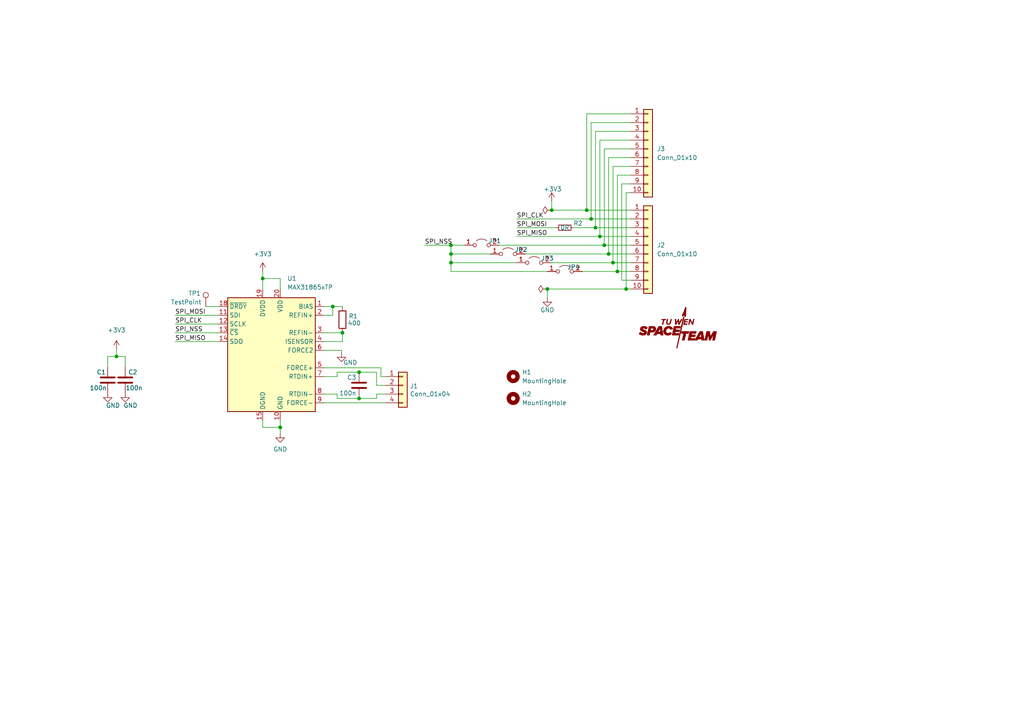
<source format=kicad_sch>
(kicad_sch (version 20211123) (generator eeschema)
  (paper "A4")
  (lib_symbols
    (symbol "Connector:TestPoint" (pin_numbers hide) (pin_names (offset 0.762) hide)
      (property "Reference" "TP" (at 0 6.858 0))
      (property "Value" "TestPoint" (at 0 5.08 0))
      (symbol "TestPoint_0_1"
        (circle (center 0 3.302) (radius 0.762))
      )
      (symbol "TestPoint_1_1"
        (pin passive line (at 0 0 90) (length 2.54) (name "1") (number "1"))
      )
    )
    (symbol "Connector_Generic:Conn_01x04" (pin_names (offset 1.016) hide)
      (property "Reference" "J" (at 0 5.08 0))
      (property "Value" "Conn_01x04" (at 0 -7.62 0))
      (symbol "Conn_01x04_1_1"
        (rectangle (start -1.27 -4.953) (end 0 -5.207) (stroke (width 0.1524)))
        (rectangle (start -1.27 -2.413) (end 0 -2.667) (stroke (width 0.1524)))
        (rectangle (start -1.27 0.127) (end 0 -0.127) (stroke (width 0.1524)))
        (rectangle (start -1.27 2.667) (end 0 2.413) (stroke (width 0.1524)))
        (rectangle (start -1.27 3.81) (end 1.27 -6.35) (stroke (width 0.254)) (fill (type background)))
        (pin passive line (at -5.08 2.54 0) (length 3.81) (name "Pin_1") (number "1"))
        (pin passive line (at -5.08 0 0) (length 3.81) (name "Pin_2") (number "2"))
        (pin passive line (at -5.08 -2.54 0) (length 3.81) (name "Pin_3") (number "3"))
        (pin passive line (at -5.08 -5.08 0) (length 3.81) (name "Pin_4") (number "4"))
      )
    )
    (symbol "Connector_Generic:Conn_01x10" (pin_names (offset 1.016) hide)
      (property "Reference" "J" (at 0 12.7 0))
      (property "Value" "Conn_01x10" (at 0 -15.24 0))
      (symbol "Conn_01x10_1_1"
        (rectangle (start -1.27 -12.573) (end 0 -12.827) (stroke (width 0.1524)))
        (rectangle (start -1.27 -10.033) (end 0 -10.287) (stroke (width 0.1524)))
        (rectangle (start -1.27 -7.493) (end 0 -7.747) (stroke (width 0.1524)))
        (rectangle (start -1.27 -4.953) (end 0 -5.207) (stroke (width 0.1524)))
        (rectangle (start -1.27 -2.413) (end 0 -2.667) (stroke (width 0.1524)))
        (rectangle (start -1.27 0.127) (end 0 -0.127) (stroke (width 0.1524)))
        (rectangle (start -1.27 2.667) (end 0 2.413) (stroke (width 0.1524)))
        (rectangle (start -1.27 5.207) (end 0 4.953) (stroke (width 0.1524)))
        (rectangle (start -1.27 7.747) (end 0 7.493) (stroke (width 0.1524)))
        (rectangle (start -1.27 10.287) (end 0 10.033) (stroke (width 0.1524)))
        (rectangle (start -1.27 11.43) (end 1.27 -13.97) (stroke (width 0.254)) (fill (type background)))
        (pin passive line (at -5.08 10.16 0) (length 3.81) (name "Pin_1") (number "1"))
        (pin passive line (at -5.08 -12.7 0) (length 3.81) (name "Pin_10") (number "10"))
        (pin passive line (at -5.08 7.62 0) (length 3.81) (name "Pin_2") (number "2"))
        (pin passive line (at -5.08 5.08 0) (length 3.81) (name "Pin_3") (number "3"))
        (pin passive line (at -5.08 2.54 0) (length 3.81) (name "Pin_4") (number "4"))
        (pin passive line (at -5.08 0 0) (length 3.81) (name "Pin_5") (number "5"))
        (pin passive line (at -5.08 -2.54 0) (length 3.81) (name "Pin_6") (number "6"))
        (pin passive line (at -5.08 -5.08 0) (length 3.81) (name "Pin_7") (number "7"))
        (pin passive line (at -5.08 -7.62 0) (length 3.81) (name "Pin_8") (number "8"))
        (pin passive line (at -5.08 -10.16 0) (length 3.81) (name "Pin_9") (number "9"))
      )
    )
    (symbol "Device:C" (pin_numbers hide) (pin_names (offset 0.254))
      (property "Reference" "C" (at 0.635 2.54 0))
      (property "Value" "C" (at 0.635 -2.54 0))
      (symbol "C_0_1"
        (polyline (pts (xy -2.032 -0.762) (xy 2.032 -0.762)) (stroke (width 0.508)))
        (polyline (pts (xy -2.032 0.762) (xy 2.032 0.762)) (stroke (width 0.508)))
      )
      (symbol "C_1_1"
        (pin passive line (at 0 3.81 270) (length 2.794) (name "~") (number "1"))
        (pin passive line (at 0 -3.81 90) (length 2.794) (name "~") (number "2"))
      )
    )
    (symbol "Device:R" (pin_numbers hide) (pin_names (offset 0))
      (property "Reference" "R" (at 2.032 0 90))
      (property "Value" "R" (at 0 0 90))
      (symbol "R_0_1"
        (rectangle (start -1.016 -2.54) (end 1.016 2.54) (stroke (width 0.254)))
      )
      (symbol "R_1_1"
        (pin passive line (at 0 3.81 270) (length 1.27) (name "~") (number "1"))
        (pin passive line (at 0 -3.81 90) (length 1.27) (name "~") (number "2"))
      )
    )
    (symbol "Device:R_Small" (pin_numbers hide) (pin_names (offset 0.254) hide)
      (property "Reference" "R" (at 0.762 0.508 0))
      (property "Value" "R_Small" (at 0.762 -1.016 0))
      (symbol "R_Small_0_1"
        (rectangle (start -0.762 1.778) (end 0.762 -1.778) (stroke (width 0.2032)))
      )
      (symbol "R_Small_1_1"
        (pin passive line (at 0 2.54 270) (length 0.762) (name "~") (number "1"))
        (pin passive line (at 0 -2.54 90) (length 0.762) (name "~") (number "2"))
      )
    )
    (symbol "Jumper:Jumper_2_Open" (pin_names (offset 0) hide)
      (property "Reference" "JP" (at 0 2.794 0))
      (property "Value" "Jumper_2_Open" (at 0 -2.286 0))
      (symbol "Jumper_2_Open_0_0"
        (circle (center -2.032 0) (radius 0.508))
        (circle (center 2.032 0) (radius 0.508))
      )
      (symbol "Jumper_2_Open_0_1"
        (arc (start 1.524 1.27) (mid 0 1.778) (end -1.524 1.27))
      )
      (symbol "Jumper_2_Open_1_1"
        (pin passive line (at -5.08 0 0) (length 2.54) (name "A") (number "1"))
        (pin passive line (at 5.08 0 180) (length 2.54) (name "B") (number "2"))
      )
    )
    (symbol "Mechanical:MountingHole" (pin_names (offset 1.016))
      (property "Reference" "H" (at 0 5.08 0))
      (property "Value" "MountingHole" (at 0 3.175 0))
      (symbol "MountingHole_0_1"
        (circle (center 0 0) (radius 1.27) (stroke (width 1.27)))
      )
    )
    (symbol "TXV_Library_Symbols:MAX31865xTP"
      (property "Reference" "U1" (at 4.5594 23.368 0))
      (property "Value" "MAX31865xTP" (at 4.5594 20.828 0))
      (symbol "MAX31865xTP_0_1"
        (rectangle (start -12.7 17.78) (end 12.7 -15.24) (stroke (width 0.254)) (fill (type background)))
      )
      (symbol "MAX31865xTP_1_1"
        (pin power_out line (at 15.24 15.24 180) (length 2.54) (name "BIAS") (number "1"))
        (pin power_in line (at 2.54 -17.78 90) (length 2.54) (name "GND") (number "10"))
        (pin input line (at -15.24 12.7 0) (length 2.54) (name "SDI") (number "11"))
        (pin input line (at -15.24 10.16 0) (length 2.54) (name "SCLK") (number "12"))
        (pin input line (at -15.24 7.62 0) (length 2.54) (name "~{CS}") (number "13"))
        (pin tri_state line (at -15.24 5.08 0) (length 2.54) (name "SDO") (number "14"))
        (pin power_in line (at -2.54 -17.78 90) (length 2.54) (name "DGND") (number "15"))
        (pin passive line (at 2.54 -17.78 90) (length 2.54) hide (name "GND") (number "16"))
        (pin no_connect line (at -12.7 -2.54 0) (length 2.54) hide (name "NC") (number "17"))
        (pin output line (at -15.24 15.24 0) (length 2.54) (name "~{DRDY}") (number "18"))
        (pin power_in line (at -2.54 20.32 270) (length 2.54) (name "DVDD") (number "19"))
        (pin input line (at 15.24 12.7 180) (length 2.54) (name "REFIN+") (number "2"))
        (pin power_in line (at 2.54 20.32 270) (length 2.54) (name "VDD") (number "20"))
        (pin passive line (at 2.54 -17.78 90) (length 2.54) hide (name "GND") (number "21"))
        (pin input line (at 15.24 7.62 180) (length 2.54) (name "REFIN-") (number "3"))
        (pin passive line (at 15.24 5.08 180) (length 2.54) (name "ISENSOR") (number "4"))
        (pin passive line (at 15.24 -2.54 180) (length 2.54) (name "FORCE+") (number "5"))
        (pin input line (at 15.24 2.54 180) (length 2.54) (name "FORCE2") (number "6"))
        (pin input line (at 15.24 -5.08 180) (length 2.54) (name "RTDIN+") (number "7"))
        (pin input line (at 15.24 -10.16 180) (length 2.54) (name "RTDIN-") (number "8"))
        (pin power_out line (at 15.24 -12.7 180) (length 2.54) (name "FORCE-") (number "9"))
      )
    )
    (symbol "TXV_Library_Symbols:SpaceTeam_LOGO" (pin_names (offset 1.016))
      (symbol "SpaceTeam_LOGO_0_0"
        (polyline (pts (xy -4.2672 0.889) (xy -4.191 1.1176) (xy -4.1656 1.3208) (xy -4.1656 1.3462) (xy -4.0894 1.6256) (xy -4.0386 1.8542) (xy -4.0132 2.0066) (xy -3.9624 2.0828) (xy -3.937 2.1336) (xy -3.8862 2.159) (xy -3.81 2.1844) (xy -3.6068 2.1844) (xy -3.5306 2.2098) (xy -3.4798 2.2606) (xy -3.4798 2.3368) (xy -3.4544 2.4638) (xy -4.064 2.4384) (xy -4.6736 2.4384) (xy -4.699 2.3114) (xy -4.699 2.2352) (xy -4.6736 2.1844) (xy -4.2672 2.1844) (xy -4.3942 1.5748) (xy -4.3942 1.5494) (xy -4.445 1.3208) (xy -4.4958 1.143) (xy -4.5212 0.9906) (xy -4.5212 0.9144) (xy -4.4958 0.8636) (xy -4.3942 0.8382) (xy -4.2926 0.8382) (xy -4.2672 0.889)) (stroke (width 0.0254)) (fill (type outline)))
        (polyline (pts (xy 2.7178 1.1176) (xy 2.0574 1.1176) (xy 2.0066 1.1684) (xy 2.0066 1.3716) (xy 2.0574 1.524) (xy 2.794 1.524) (xy 2.8448 1.5494) (xy 2.8702 1.6002) (xy 2.8702 1.7018) (xy 2.8448 1.7272) (xy 2.794 1.7526) (xy 2.1082 1.7526) (xy 2.1336 1.905) (xy 2.159 2.032) (xy 2.1844 2.1082) (xy 2.1844 2.1336) (xy 2.2606 2.159) (xy 2.3876 2.159) (xy 2.5908 2.1844) (xy 2.9718 2.1844) (xy 2.9972 2.2098) (xy 3.0226 2.2606) (xy 3.0226 2.3368) (xy 3.048 2.3876) (xy 2.9972 2.4384) (xy 1.9558 2.4384) (xy 1.8034 1.7526) (xy 1.7272 1.3716) (xy 1.7018 1.1684) (xy 1.6256 0.9398) (xy 1.6256 0.889) (xy 1.6764 0.8382) (xy 2.7178 0.8382) (xy 2.7178 1.1176)) (stroke (width 0.0254)) (fill (type outline)))
        (polyline (pts (xy 2.2352 3.0988) (xy 2.286 3.2258) (xy 2.3368 3.429) (xy 2.3622 3.7084) (xy 2.3622 4.5212) (xy 2.3876 4.826) (xy 2.413 5.08) (xy 2.413 5.207) (xy 2.4384 5.4864) (xy 2.4384 5.6896) (xy 2.413 5.8674) (xy 2.3876 5.969) (xy 2.3368 5.9944) (xy 2.3114 5.969) (xy 2.159 5.7404) (xy 2.0828 5.5372) (xy 1.9812 5.334) (xy 1.905 5.1308) (xy 1.8542 4.9276) (xy 1.8288 4.9022) (xy 1.778 4.699) (xy 1.5748 4.2926) (xy 1.4732 4.1148) (xy 1.397 3.9116) (xy 1.3208 3.7338) (xy 1.27 3.5306) (xy 1.2446 3.3782) (xy 1.2446 3.2766) (xy 1.2954 3.2258) (xy 1.4478 3.302) (xy 1.5748 3.3782) (xy 1.778 3.4798) (xy 1.8034 3.5052) (xy 1.905 3.4036) (xy 1.9812 3.2766) (xy 2.0574 3.175) (xy 2.1336 3.0988) (xy 2.1844 3.0734) (xy 2.2352 3.0988)) (stroke (width 0.0254)) (fill (type outline)))
        (polyline (pts (xy 1.905 -3.7084) (xy 1.9558 -3.683) (xy 1.9812 -3.5814) (xy 2.0066 -3.429) (xy 2.0574 -3.2258) (xy 2.1082 -2.9718) (xy 2.1844 -2.6924) (xy 2.3876 -1.7526) (xy 2.9972 -1.7526) (xy 3.0734 -1.7272) (xy 3.1242 -1.6256) (xy 3.1496 -1.4986) (xy 3.2004 -1.3462) (xy 3.2004 -1.3208) (xy 3.2258 -1.1938) (xy 3.2258 -1.143) (xy 3.1242 -1.1176) (xy 1.0668 -1.1176) (xy 1.016 -1.3716) (xy 1.016 -1.4224) (xy 0.9906 -1.6002) (xy 0.9906 -1.6764) (xy 1.0414 -1.7272) (xy 1.143 -1.7526) (xy 1.524 -1.7526) (xy 1.6256 -1.778) (xy 1.651 -1.8034) (xy 1.651 -1.8542) (xy 1.6256 -1.9558) (xy 1.5748 -2.1082) (xy 1.4732 -2.5654) (xy 1.3716 -3.0734) (xy 1.3208 -3.302) (xy 1.2954 -3.4798) (xy 1.27 -3.6322) (xy 1.2446 -3.683) (xy 1.27 -3.7084) (xy 1.3462 -3.7338) (xy 1.778 -3.7338) (xy 1.905 -3.7084)) (stroke (width 0.0254)) (fill (type outline)))
        (polyline (pts (xy -6.1468 -2.0574) (xy -6.0198 -1.8542) (xy -5.1562 -1.8542) (xy -5.0546 -1.8796) (xy -5.0038 -1.9304) (xy -4.9784 -2.0066) (xy -4.9784 -2.2606) (xy -4.3942 -2.2606) (xy -4.2926 -2.2352) (xy -4.2418 -2.2352) (xy -4.2418 -2.159) (xy -4.2672 -2.0066) (xy -4.2926 -1.8034) (xy -4.3434 -1.5494) (xy -4.3942 -1.2446) (xy -4.445 -0.9144) (xy -4.6482 0.381) (xy -5.5118 0.381) (xy -6.1976 -0.762) (xy -6.223 -0.8128) (xy -6.4008 -1.1176) (xy -6.4516 -1.2192) (xy -5.6642 -1.2192) (xy -5.6642 -1.1938) (xy -5.5372 -0.9398) (xy -5.4356 -0.762) (xy -5.1816 -0.3048) (xy -5.1562 -0.6096) (xy -5.1308 -0.7366) (xy -5.1054 -0.9398) (xy -5.08 -1.0668) (xy -5.0546 -1.2446) (xy -5.6388 -1.2446) (xy -5.6642 -1.2192) (xy -6.4516 -1.2192) (xy -6.5532 -1.397) (xy -6.7056 -1.651) (xy -6.8326 -1.8542) (xy -6.9342 -2.0066) (xy -6.9596 -2.0828) (xy -7.0612 -2.2606) (xy -6.2484 -2.2606) (xy -6.1468 -2.0574)) (stroke (width 0.0254)) (fill (type outline)))
        (polyline (pts (xy -0.508 2.4638) (xy -0.6858 2.4384) (xy -0.8382 2.4384) (xy -0.8128 2.1844) (xy -0.8128 2.0828) (xy -0.762 1.6256) (xy -0.762 1.3716) (xy -0.7112 0.8382) (xy -0.5334 0.8382) (xy -0.4318 0.889) (xy -0.3556 0.9906) (xy -0.2794 1.1176) (xy -0.1778 1.3462) (xy 0 1.7018) (xy 0.0762 1.8034) (xy 0.1016 1.8542) (xy 0.127 1.8288) (xy 0.127 1.7272) (xy 0.1524 1.5494) (xy 0.1524 1.3462) (xy 0.1778 0.8636) (xy 0.3048 0.8382) (xy 0.4572 0.8382) (xy 0.8636 1.6256) (xy 1.0922 2.0828) (xy 1.1684 2.2606) (xy 1.2192 2.3876) (xy 1.2446 2.4384) (xy 1.016 2.4384) (xy 0.9652 2.413) (xy 0.9144 2.3622) (xy 0.7874 2.1082) (xy 0.6604 1.8796) (xy 0.381 1.3208) (xy 0.3556 1.8796) (xy 0.3302 2.1082) (xy 0.3302 2.286) (xy 0.3048 2.3876) (xy 0.2794 2.4384) (xy 0.127 2.4384) (xy 0.0762 2.3876) (xy 0.0254 2.286) (xy -0.0762 2.1082) (xy -0.2032 1.8796) (xy -0.4826 1.3462) (xy -0.4826 1.8796) (xy -0.508 2.4638)) (stroke (width 0.0254)) (fill (type outline)))
        (polyline (pts (xy -2.5146 0.8636) (xy -2.3114 0.9398) (xy -2.1844 1.0414) (xy -2.1082 1.1684) (xy -2.0828 1.2446) (xy -2.032 1.3716) (xy -1.9304 1.778) (xy -1.8796 2.0066) (xy -1.8288 2.1844) (xy -1.8034 2.3368) (xy -1.8034 2.413) (xy -1.8288 2.4384) (xy -2.0066 2.4384) (xy -2.0574 2.413) (xy -2.0828 2.3368) (xy -2.1082 2.2098) (xy -2.159 2.0066) (xy -2.2352 1.7272) (xy -2.286 1.524) (xy -2.3368 1.3716) (xy -2.3622 1.27) (xy -2.413 1.2192) (xy -2.4892 1.1684) (xy -2.5908 1.0922) (xy -2.7686 1.0668) (xy -2.921 1.1176) (xy -3.0226 1.2446) (xy -3.048 1.3208) (xy -3.048 1.4986) (xy -3.0226 1.651) (xy -2.9718 1.8796) (xy -2.9464 2.032) (xy -2.8956 2.2352) (xy -2.8702 2.3622) (xy -2.8702 2.413) (xy -2.8956 2.4384) (xy -3.1242 2.4384) (xy -3.1496 2.3876) (xy -3.175 2.2606) (xy -3.2004 2.1082) (xy -3.2512 1.8796) (xy -3.2766 1.7272) (xy -3.3274 1.4732) (xy -3.3274 1.27) (xy -3.302 1.1176) (xy -3.2258 1.016) (xy -3.1242 0.9144) (xy -2.9464 0.8636) (xy -2.7432 0.8382) (xy -2.5146 0.8636)) (stroke (width 0.0254)) (fill (type outline)))
        (polyline (pts (xy 3.3528 0.8636) (xy 3.4544 1.397) (xy 3.5052 1.6256) (xy 3.556 1.778) (xy 3.5814 1.905) (xy 3.6068 1.9304) (xy 3.6576 1.8796) (xy 3.7084 1.7526) (xy 3.9878 1.1938) (xy 4.064 1.016) (xy 4.1402 0.9144) (xy 4.191 0.8636) (xy 4.2418 0.8382) (xy 4.4196 0.8382) (xy 4.5974 1.6002) (xy 4.6228 1.8034) (xy 4.6736 2.0574) (xy 4.7244 2.2352) (xy 4.7498 2.3622) (xy 4.7498 2.413) (xy 4.7244 2.4384) (xy 4.5466 2.4384) (xy 4.4958 2.413) (xy 4.4704 2.3368) (xy 4.445 2.2098) (xy 4.3942 2.0066) (xy 4.3688 1.8796) (xy 4.318 1.6764) (xy 4.2926 1.524) (xy 4.2672 1.4224) (xy 4.2418 1.3716) (xy 4.2164 1.3716) (xy 4.191 1.397) (xy 4.1402 1.4732) (xy 4.064 1.651) (xy 3.9624 1.8796) (xy 3.9116 1.9558) (xy 3.7338 2.3114) (xy 3.683 2.3876) (xy 3.6576 2.4384) (xy 3.4036 2.4384) (xy 3.2512 1.7272) (xy 3.2258 1.6256) (xy 3.175 1.3716) (xy 3.1242 1.1684) (xy 3.0988 1.016) (xy 3.0734 0.9398) (xy 3.0734 0.8636) (xy 3.0988 0.8382) (xy 3.2004 0.8382) (xy 3.3528 0.8636)) (stroke (width 0.0254)) (fill (type outline)))
        (polyline (pts (xy -0.1778 -6.0198) (xy -0.1524 -5.9182) (xy -0.127 -5.7404) (xy -0.0508 -5.4864) (xy 0 -5.1816) (xy 0.1016 -4.8006) (xy 0.2032 -4.3434) (xy 0.3048 -3.8608) (xy 0.4318 -3.3274) (xy 0.5588 -2.7686) (xy 0.6858 -2.159) (xy 0.8382 -1.5494) (xy 0.9144 -1.1938) (xy 1.0414 -0.5842) (xy 1.1938 0.0254) (xy 1.3208 0.5588) (xy 1.4224 1.0668) (xy 1.524 1.5494) (xy 1.6256 1.9558) (xy 1.7018 2.3114) (xy 1.7526 2.5908) (xy 1.8034 2.8194) (xy 1.8288 2.9464) (xy 1.8542 2.9972) (xy 1.8542 3.048) (xy 1.778 3.1496) (xy 1.7526 3.1496) (xy 1.7272 3.175) (xy 1.6764 3.175) (xy 1.651 3.1242) (xy 1.6002 3.0734) (xy 1.5748 2.9718) (xy 1.524 2.8448) (xy 1.4732 2.6416) (xy 1.4224 2.413) (xy 1.3462 2.1336) (xy 1.27 1.8034) (xy 1.1938 1.3716) (xy 1.0922 0.9144) (xy 0.9652 0.3556) (xy 0.8382 -0.2794) (xy 0.6858 -1.016) (xy 0.5588 -1.5748) (xy 0.3048 -2.7432) (xy 0.2032 -3.2766) (xy 0.0762 -3.7846) (xy -0.0254 -4.2418) (xy -0.1016 -4.6482) (xy -0.1778 -4.9784) (xy -0.2286 -5.2578) (xy -0.3048 -5.5626) (xy -0.4064 -6.0452) (xy -0.2286 -6.0452) (xy -0.1778 -6.0198)) (stroke (width 0.0254)) (fill (type outline)))
        (polyline (pts (xy 0.254 -2.2352) (xy 0.2794 -2.1336) (xy 0.2794 -2.1082) (xy 0.3048 -1.9812) (xy 0.3556 -1.8288) (xy 0.381 -1.651) (xy -0.8382 -1.651) (xy -0.8128 -1.4986) (xy -0.7874 -1.4478) (xy -0.762 -1.3462) (xy -0.762 -1.27) (xy -0.6858 -1.27) (xy -0.5588 -1.2446) (xy 0.4572 -1.2446) (xy 0.5588 -0.7366) (xy 0.5588 -0.6858) (xy 0.508 -0.6604) (xy 0.381 -0.6604) (xy 0.2032 -0.635) (xy -0.6096 -0.635) (xy -0.5588 -0.381) (xy -0.5588 -0.2794) (xy -0.5334 -0.254) (xy -0.4826 -0.254) (xy -0.3556 -0.2286) (xy 0.4826 -0.2286) (xy 0.6096 -0.2032) (xy 0.6604 -0.1778) (xy 0.7112 -0.127) (xy 0.7366 -0.0508) (xy 0.762 0.0762) (xy 0.8128 0.2794) (xy 0.8128 0.3302) (xy 0.7874 0.3556) (xy 0.6096 0.3556) (xy 0.4318 0.381) (xy -0.7366 0.381) (xy -0.889 0.3556) (xy -1.016 0.3556) (xy -1.0668 0.3302) (xy -1.1176 0.3302) (xy -1.1176 0.2794) (xy -1.1938 0.0508) (xy -1.2192 -0.1778) (xy -1.2954 -0.4318) (xy -1.3462 -0.7112) (xy -1.4224 -0.9906) (xy -1.4732 -1.2954) (xy -1.5748 -1.8034) (xy -1.6256 -2.0066) (xy -1.651 -2.1336) (xy -1.651 -2.2098) (xy -1.6256 -2.2352) (xy -1.5494 -2.2352) (xy -1.4478 -2.2606) (xy -0.7112 -2.2606) (xy 0.254 -2.2352)) (stroke (width 0.0254)) (fill (type outline)))
        (polyline (pts (xy -8.1534 -1.905) (xy -8.1534 -1.8542) (xy -8.1026 -1.7018) (xy -8.0772 -1.5494) (xy -8.0518 -1.4732) (xy -8.0518 -1.4478) (xy -8.001 -1.4224) (xy -7.9248 -1.397) (xy -7.7978 -1.3716) (xy -7.3406 -1.3716) (xy -7.112 -1.3462) (xy -6.9088 -1.2954) (xy -6.7564 -1.2192) (xy -6.6294 -1.0922) (xy -6.604 -1.0922) (xy -6.4516 -0.8636) (xy -6.35 -0.6096) (xy -6.3246 -0.381) (xy -6.3754 -0.127) (xy -6.5024 0.0762) (xy -6.6802 0.254) (xy -6.731 0.254) (xy -6.7818 0.3048) (xy -6.858 0.3302) (xy -6.9596 0.3302) (xy -7.112 0.3556) (xy -8.382 0.3556) (xy -8.5852 -0.7366) (xy -7.8994 -0.7366) (xy -7.874 -0.6858) (xy -7.8486 -0.5588) (xy -7.8232 -0.4064) (xy -7.7978 -0.2286) (xy -7.4676 -0.2286) (xy -7.2644 -0.254) (xy -7.1374 -0.3302) (xy -7.0612 -0.4318) (xy -7.0612 -0.5588) (xy -7.1628 -0.6604) (xy -7.239 -0.7112) (xy -7.366 -0.762) (xy -7.5692 -0.762) (xy -7.6962 -0.7874) (xy -7.8232 -0.7874) (xy -7.874 -0.762) (xy -7.8994 -0.7366) (xy -8.5852 -0.7366) (xy -8.636 -0.8636) (xy -8.636 -0.889) (xy -8.7884 -1.4986) (xy -8.8392 -1.7526) (xy -8.8646 -1.9812) (xy -8.89 -2.1082) (xy -8.9154 -2.1844) (xy -8.89 -2.2098) (xy -8.8392 -2.2352) (xy -8.7376 -2.2606) (xy -8.2296 -2.2606) (xy -8.1534 -1.905)) (stroke (width 0.0254)) (fill (type outline)))
        (polyline (pts (xy -9.8298 -2.2606) (xy -9.525 -2.1844) (xy -9.2964 -2.032) (xy -9.1186 -1.8542) (xy -8.9916 -1.6002) (xy -8.9916 -1.5748) (xy -8.9662 -1.3462) (xy -9.0424 -1.143) (xy -9.1694 -0.9652) (xy -9.398 -0.8128) (xy -10.1092 -0.4572) (xy -10.1854 -0.4064) (xy -10.1854 -0.3556) (xy -10.1346 -0.2794) (xy -10.0584 -0.2286) (xy -9.8806 -0.2286) (xy -9.6774 -0.254) (xy -9.2202 -0.4826) (xy -9.1694 -0.4826) (xy -9.0932 -0.4064) (xy -8.9662 -0.3048) (xy -8.8646 -0.1778) (xy -8.8138 -0.0762) (xy -8.763 -0.0254) (xy -8.7884 0) (xy -8.8646 0.0508) (xy -8.9916 0.127) (xy -9.2202 0.2794) (xy -9.525 0.3556) (xy -9.8298 0.4064) (xy -10.1092 0.381) (xy -10.3632 0.3048) (xy -10.5918 0.1778) (xy -10.7696 0.0254) (xy -10.8712 -0.2032) (xy -10.922 -0.4318) (xy -10.922 -0.4826) (xy -10.8712 -0.6858) (xy -10.795 -0.8382) (xy -10.6426 -0.9906) (xy -10.414 -1.1176) (xy -10.1092 -1.2446) (xy -9.906 -1.3208) (xy -9.779 -1.4224) (xy -9.7282 -1.4986) (xy -9.7536 -1.5748) (xy -9.8806 -1.651) (xy -9.9822 -1.6764) (xy -10.2108 -1.651) (xy -10.4394 -1.5748) (xy -10.668 -1.4478) (xy -10.8966 -1.2954) (xy -11.0744 -1.524) (xy -11.176 -1.6256) (xy -11.2522 -1.778) (xy -11.2522 -1.8288) (xy -11.1506 -1.9304) (xy -11.0236 -2.032) (xy -10.8204 -2.1082) (xy -10.6172 -2.2098) (xy -10.414 -2.2606) (xy -10.1346 -2.286) (xy -9.8298 -2.2606)) (stroke (width 0.0254)) (fill (type outline)))
        (polyline (pts (xy -2.5146 -2.2352) (xy -2.2606 -2.159) (xy -2.159 -2.1082) (xy -2.0066 -2.0066) (xy -1.8796 -1.905) (xy -1.778 -1.8034) (xy -1.7526 -1.7272) (xy -1.8542 -1.6256) (xy -1.9558 -1.5494) (xy -2.0828 -1.4732) (xy -2.1844 -1.397) (xy -2.2352 -1.3716) (xy -2.2606 -1.397) (xy -2.3114 -1.4224) (xy -2.413 -1.4986) (xy -2.6162 -1.6002) (xy -2.8194 -1.651) (xy -3.0226 -1.6256) (xy -3.2004 -1.524) (xy -3.3528 -1.397) (xy -3.429 -1.1938) (xy -3.429 -0.9906) (xy -3.3782 -0.762) (xy -3.2512 -0.5588) (xy -3.0734 -0.381) (xy -2.8956 -0.2794) (xy -2.6924 -0.2286) (xy -2.5908 -0.2286) (xy -2.4384 -0.2794) (xy -2.3114 -0.3556) (xy -2.2098 -0.4318) (xy -2.1844 -0.508) (xy -2.1082 -0.5842) (xy -2.0574 -0.6096) (xy -1.9558 -0.5842) (xy -1.651 -0.4826) (xy -1.524 -0.4318) (xy -1.4478 -0.4064) (xy -1.4478 -0.3302) (xy -1.4986 -0.2286) (xy -1.6002 -0.1016) (xy -1.7272 0.0508) (xy -1.8796 0.1778) (xy -2.0574 0.2794) (xy -2.159 0.3302) (xy -2.286 0.3556) (xy -2.4384 0.381) (xy -2.9718 0.381) (xy -3.1242 0.3302) (xy -3.302 0.254) (xy -3.429 0.2032) (xy -3.683 0) (xy -3.9116 -0.2286) (xy -4.064 -0.508) (xy -4.1402 -0.7874) (xy -4.191 -1.0922) (xy -4.1656 -1.3716) (xy -4.064 -1.651) (xy -3.8862 -1.8796) (xy -3.6576 -2.0828) (xy -3.6322 -2.1082) (xy -3.4544 -2.1844) (xy -3.0988 -2.286) (xy -2.8194 -2.286) (xy -2.5146 -2.2352)) (stroke (width 0.0254)) (fill (type outline)))
        (polyline (pts (xy 8.4836 -3.7084) (xy 8.636 -3.048) (xy 8.6868 -2.7686) (xy 8.7376 -2.54) (xy 8.763 -2.413) (xy 8.7884 -2.3114) (xy 8.8138 -2.2606) (xy 8.8138 -2.286) (xy 8.8392 -2.3114) (xy 8.8392 -2.3368) (xy 8.8646 -2.4384) (xy 8.89 -2.5908) (xy 8.9408 -2.8194) (xy 8.9662 -3.048) (xy 9.0678 -3.7338) (xy 9.4234 -3.7338) (xy 9.8552 -2.9718) (xy 9.8806 -2.9464) (xy 10.0076 -2.7178) (xy 10.1346 -2.5146) (xy 10.2362 -2.3622) (xy 10.3124 -2.2606) (xy 10.3378 -2.2352) (xy 10.3124 -2.3368) (xy 10.287 -2.4892) (xy 10.2362 -2.6924) (xy 10.1854 -2.921) (xy 10.16 -3.048) (xy 10.1092 -3.2766) (xy 10.0584 -3.4798) (xy 10.033 -3.6068) (xy 10.033 -3.683) (xy 10.0584 -3.7084) (xy 10.1854 -3.7338) (xy 10.6426 -3.7338) (xy 10.7188 -3.7084) (xy 10.7442 -3.6576) (xy 10.7696 -3.5814) (xy 10.795 -3.4036) (xy 10.8458 -3.2004) (xy 10.8966 -2.9464) (xy 10.9728 -2.667) (xy 11.0236 -2.3622) (xy 11.0744 -2.0828) (xy 11.1506 -1.8034) (xy 11.2014 -1.5748) (xy 11.2268 -1.3716) (xy 11.2522 -1.2446) (xy 11.2776 -1.1684) (xy 11.2268 -1.143) (xy 11.1506 -1.1176) (xy 10.3124 -1.1176) (xy 9.906 -1.8034) (xy 9.4742 -2.4892) (xy 9.271 -1.1176) (xy 8.3312 -1.1176) (xy 8.0772 -2.3114) (xy 8.001 -2.6416) (xy 7.9248 -2.9464) (xy 7.874 -3.2004) (xy 7.8232 -3.4036) (xy 7.7978 -3.556) (xy 7.7724 -3.6322) (xy 7.7724 -3.7084) (xy 7.8232 -3.7338) (xy 8.1026 -3.7338) (xy 8.4836 -3.7084)) (stroke (width 0.0254)) (fill (type outline)))
        (polyline (pts (xy 5.6642 -3.7084) (xy 5.7404 -3.5306) (xy 5.842 -3.3782) (xy 6.8834 -3.3782) (xy 6.9342 -3.7338) (xy 7.6708 -3.7338) (xy 7.6454 -3.6068) (xy 7.6454 -3.5814) (xy 7.62 -3.4544) (xy 7.5946 -3.2766) (xy 7.5438 -3.0226) (xy 7.5184 -2.7432) (xy 7.4676 -2.4384) (xy 7.4422 -2.3114) (xy 7.3914 -2.0066) (xy 7.3406 -1.7272) (xy 7.3152 -1.4986) (xy 7.2898 -1.3462) (xy 7.2644 -1.2446) (xy 7.239 -1.1176) (xy 6.3754 -1.1176) (xy 5.6896 -2.286) (xy 5.6388 -2.3876) (xy 5.461 -2.6924) (xy 5.4356 -2.7432) (xy 6.1976 -2.7432) (xy 6.223 -2.6924) (xy 6.2738 -2.5654) (xy 6.35 -2.4384) (xy 6.4516 -2.2606) (xy 6.5532 -2.1082) (xy 6.6294 -1.9812) (xy 6.6802 -1.905) (xy 6.7056 -1.8796) (xy 6.731 -1.9558) (xy 6.7564 -2.0828) (xy 6.7564 -2.286) (xy 6.7818 -2.4638) (xy 6.8072 -2.5908) (xy 6.8326 -2.6924) (xy 6.8326 -2.7432) (xy 6.7818 -2.7432) (xy 6.6802 -2.7686) (xy 6.223 -2.7686) (xy 6.1976 -2.7432) (xy 5.4356 -2.7432) (xy 5.2832 -2.9464) (xy 5.1562 -3.2004) (xy 5.0292 -3.3782) (xy 4.953 -3.5052) (xy 4.9022 -3.5814) (xy 4.8768 -3.6322) (xy 4.8514 -3.6322) (xy 4.8768 -3.556) (xy 4.9022 -3.429) (xy 4.9276 -3.2766) (xy 4.953 -3.1496) (xy 3.7338 -3.1496) (xy 3.7592 -2.9718) (xy 3.7846 -2.9464) (xy 3.81 -2.8194) (xy 3.81 -2.7686) (xy 3.8354 -2.7432) (xy 4.0132 -2.7432) (xy 4.2164 -2.7178) (xy 5.0292 -2.7178) (xy 5.1054 -2.3368) (xy 5.1308 -2.2352) (xy 5.1308 -2.159) (xy 5.08 -2.1336) (xy 4.5466 -2.1336) (xy 4.5212 -2.1082) (xy 4.0132 -2.1082) (xy 3.9878 -2.0828) (xy 3.9878 -2.0066) (xy 4.0132 -1.905) (xy 4.0386 -1.7526) (xy 5.2578 -1.7526) (xy 5.334 -1.3716) (xy 5.3848 -1.2446) (xy 5.3848 -1.143) (xy 5.334 -1.1176) (xy 3.556 -1.1176) (xy 3.4544 -1.1684) (xy 3.4544 -1.1938) (xy 3.3782 -1.4224) (xy 3.3528 -1.651) (xy 3.2766 -1.905) (xy 3.2258 -2.1844) (xy 3.1496 -2.4638) (xy 3.0988 -2.7686) (xy 3.048 -3.048) (xy 2.9972 -3.2766) (xy 2.9464 -3.4798) (xy 2.921 -3.6068) (xy 2.921 -3.683) (xy 2.9718 -3.7084) (xy 3.048 -3.7084) (xy 3.1496 -3.7338) (xy 4.2926 -3.7338) (xy 5.6642 -3.7084)) (stroke (width 0.0254)) (fill (type outline)))
      )
    )
    (symbol "power:+3.3V" (power) (pin_names (offset 0))
      (property "Value" "+3.3V" (at 0 3.556 0))
      (symbol "+3.3V_0_1"
        (polyline (pts (xy -0.762 1.27) (xy 0 2.54)))
        (polyline (pts (xy 0 0) (xy 0 2.54)))
        (polyline (pts (xy 0 2.54) (xy 0.762 1.27)))
      )
      (symbol "+3.3V_1_1"
        (pin power_in line (at 0 0 90) (length 0) hide (name "+3V3") (number "1"))
      )
    )
    (symbol "power:GND" (power) (pin_names (offset 0))
      (property "Value" "GND" (at 0 -3.81 0))
      (symbol "GND_0_1"
        (polyline (pts (xy 0 0) (xy 0 -1.27) (xy 1.27 -1.27) (xy 0 -2.54) (xy -1.27 -1.27) (xy 0 -1.27)))
      )
      (symbol "GND_1_1"
        (pin power_in line (at 0 0 270) (length 0) hide (name "GND") (number "1"))
      )
    )
    (symbol "power:PWR_FLAG" (power) (pin_numbers hide) (pin_names (offset 0) hide)
      (property "Value" "PWR_FLAG" (at 0 3.81 0))
      (symbol "PWR_FLAG_0_0"
        (pin power_out line (at 0 0 90) (length 0) (name "pwr") (number "1"))
      )
      (symbol "PWR_FLAG_0_1"
        (polyline (pts (xy 0 0) (xy 0 1.27) (xy -1.016 1.905) (xy 0 2.54) (xy 1.016 1.905) (xy 0 1.27)))
      )
    )
  )
  (junction (at 177.8 76.2))
  (junction (at 130.81 71.12))
  (junction (at 176.53 73.66))
  (junction (at 179.07 78.74))
  (junction (at 99.314 96.52))
  (junction (at 175.26 71.12))
  (junction (at 96.52 88.9))
  (junction (at 81.28 123.952))
  (junction (at 33.782 103.378))
  (junction (at 130.81 73.66))
  (junction (at 160.02 60.96))
  (junction (at 130.81 76.2))
  (junction (at 170.18 60.96))
  (junction (at 181.61 83.82))
  (junction (at 76.2 80.772))
  (junction (at 104.14 115.57))
  (junction (at 104.14 107.95))
  (junction (at 158.75 83.82))
  (junction (at 173.99 68.58))
  (junction (at 171.45 63.5))
  (junction (at 172.72 66.04))
  (wire (pts (xy 158.75 83.82) (xy 181.61 83.82)))
  (wire (pts (xy 182.88 81.28) (xy 180.34 81.28)))
  (wire (pts (xy 109.22 114.3) (xy 109.22 115.57)))
  (wire (pts (xy 76.2 80.772) (xy 76.2 83.82)))
  (wire (pts (xy 172.72 66.04) (xy 182.88 66.04)))
  (wire (pts (xy 123.19 71.12) (xy 130.81 71.12)))
  (wire (pts (xy 179.07 78.74) (xy 182.88 78.74)))
  (wire (pts (xy 96.52 91.44) (xy 93.98 91.44)))
  (wire (pts (xy 99.314 96.52) (xy 93.98 96.52)))
  (wire (pts (xy 50.8 91.44) (xy 63.5 91.44)))
  (wire (pts (xy 182.88 48.26) (xy 177.8 48.26)))
  (wire (pts (xy 176.53 73.66) (xy 182.88 73.66)))
  (wire (pts (xy 99.314 99.06) (xy 99.314 96.52)))
  (wire (pts (xy 173.99 40.64) (xy 173.99 68.58)))
  (wire (pts (xy 182.88 45.72) (xy 176.53 45.72)))
  (wire (pts (xy 93.98 99.06) (xy 99.314 99.06)))
  (wire (pts (xy 170.18 60.96) (xy 160.02 60.96)))
  (wire (pts (xy 76.2 78.74) (xy 76.2 80.772)))
  (wire (pts (xy 179.07 50.8) (xy 179.07 78.74)))
  (wire (pts (xy 182.88 35.56) (xy 171.45 35.56)))
  (wire (pts (xy 76.2 80.772) (xy 81.28 80.772)))
  (wire (pts (xy 81.28 83.82) (xy 81.28 80.772)))
  (wire (pts (xy 36.322 103.378) (xy 33.782 103.378)))
  (wire (pts (xy 171.45 63.5) (xy 182.88 63.5)))
  (wire (pts (xy 130.81 71.12) (xy 130.81 73.66)))
  (wire (pts (xy 160.02 76.2) (xy 177.8 76.2)))
  (wire (pts (xy 109.22 115.57) (xy 104.14 115.57)))
  (wire (pts (xy 160.02 60.96) (xy 160.02 58.42)))
  (wire (pts (xy 177.8 76.2) (xy 182.88 76.2)))
  (wire (pts (xy 130.81 76.2) (xy 149.86 76.2)))
  (wire (pts (xy 182.88 55.88) (xy 181.61 55.88)))
  (wire (pts (xy 104.14 115.57) (xy 97.79 115.57)))
  (wire (pts (xy 180.34 81.28) (xy 180.34 53.34)))
  (wire (pts (xy 81.28 123.952) (xy 81.28 121.92)))
  (wire (pts (xy 173.99 68.58) (xy 182.88 68.58)))
  (wire (pts (xy 180.34 53.34) (xy 182.88 53.34)))
  (wire (pts (xy 130.81 76.2) (xy 130.81 78.74)))
  (wire (pts (xy 33.782 103.378) (xy 31.242 103.378)))
  (wire (pts (xy 33.782 101.346) (xy 33.782 103.378)))
  (wire (pts (xy 93.98 116.84) (xy 111.76 116.84)))
  (wire (pts (xy 96.52 88.9) (xy 96.52 91.44)))
  (wire (pts (xy 182.88 38.1) (xy 172.72 38.1)))
  (wire (pts (xy 97.79 114.3) (xy 93.98 114.3)))
  (wire (pts (xy 50.8 96.52) (xy 63.5 96.52)))
  (wire (pts (xy 97.79 109.22) (xy 97.79 107.95)))
  (wire (pts (xy 109.22 111.76) (xy 109.22 107.95)))
  (wire (pts (xy 149.86 66.04) (xy 161.29 66.04)))
  (wire (pts (xy 76.2 121.92) (xy 76.2 123.952)))
  (wire (pts (xy 31.242 103.378) (xy 31.242 106.426)))
  (wire (pts (xy 96.52 88.9) (xy 99.314 88.9)))
  (wire (pts (xy 149.86 68.58) (xy 173.99 68.58)))
  (wire (pts (xy 97.79 114.3) (xy 97.79 115.57)))
  (wire (pts (xy 158.75 83.82) (xy 158.75 86.36)))
  (wire (pts (xy 130.81 73.66) (xy 142.24 73.66)))
  (wire (pts (xy 93.98 109.22) (xy 97.79 109.22)))
  (wire (pts (xy 182.88 43.18) (xy 175.26 43.18)))
  (wire (pts (xy 59.69 88.9) (xy 63.5 88.9)))
  (wire (pts (xy 93.98 101.6) (xy 99.06 101.6)))
  (wire (pts (xy 50.8 99.06) (xy 63.5 99.06)))
  (wire (pts (xy 182.88 40.64) (xy 173.99 40.64)))
  (wire (pts (xy 171.45 35.56) (xy 171.45 63.5)))
  (wire (pts (xy 177.8 48.26) (xy 177.8 76.2)))
  (wire (pts (xy 166.37 66.04) (xy 172.72 66.04)))
  (wire (pts (xy 168.91 78.74) (xy 179.07 78.74)))
  (wire (pts (xy 111.76 111.76) (xy 109.22 111.76)))
  (wire (pts (xy 93.98 106.68) (xy 110.49 106.68)))
  (wire (pts (xy 97.79 107.95) (xy 104.14 107.95)))
  (wire (pts (xy 50.8 93.98) (xy 63.5 93.98)))
  (wire (pts (xy 99.06 101.6) (xy 99.06 102.362)))
  (wire (pts (xy 182.88 60.96) (xy 170.18 60.96)))
  (wire (pts (xy 111.76 114.3) (xy 109.22 114.3)))
  (wire (pts (xy 93.98 88.9) (xy 96.52 88.9)))
  (wire (pts (xy 182.88 50.8) (xy 179.07 50.8)))
  (wire (pts (xy 130.81 78.74) (xy 158.75 78.74)))
  (wire (pts (xy 36.322 106.426) (xy 36.322 103.378)))
  (wire (pts (xy 176.53 45.72) (xy 176.53 73.66)))
  (wire (pts (xy 175.26 71.12) (xy 144.78 71.12)))
  (wire (pts (xy 76.2 123.952) (xy 81.28 123.952)))
  (wire (pts (xy 130.81 73.66) (xy 130.81 76.2)))
  (wire (pts (xy 110.49 109.22) (xy 110.49 106.68)))
  (wire (pts (xy 111.76 109.22) (xy 110.49 109.22)))
  (wire (pts (xy 149.86 63.5) (xy 171.45 63.5)))
  (wire (pts (xy 182.88 33.02) (xy 170.18 33.02)))
  (wire (pts (xy 170.18 33.02) (xy 170.18 60.96)))
  (wire (pts (xy 172.72 38.1) (xy 172.72 66.04)))
  (wire (pts (xy 109.22 107.95) (xy 104.14 107.95)))
  (wire (pts (xy 130.81 71.12) (xy 134.62 71.12)))
  (wire (pts (xy 182.88 71.12) (xy 175.26 71.12)))
  (wire (pts (xy 152.4 73.66) (xy 176.53 73.66)))
  (wire (pts (xy 175.26 43.18) (xy 175.26 71.12)))
  (wire (pts (xy 181.61 55.88) (xy 181.61 83.82)))
  (wire (pts (xy 81.28 123.952) (xy 81.28 125.73)))
  (wire (pts (xy 181.61 83.82) (xy 182.88 83.82)))
  (label "SPI_MOSI" (at 50.8 91.44 0))
  (label "SPI_CLK" (at 149.86 63.5 0))
  (label "SPI_NSS" (at 123.19 71.12 0))
  (label "SPI_CLK" (at 50.8 93.98 0))
  (label "SPI_MOSI" (at 149.86 66.04 0))
  (label "SPI_NSS" (at 50.8 96.52 0))
  (label "SPI_MISO" (at 50.8 99.06 0))
  (label "SPI_MISO" (at 149.86 68.58 0))
  (symbol (lib_id "TXV_Library_Symbols:SpaceTeam_LOGO") (at 196.596 94.996 0) (unit 1)
    (property "Reference" "G1" (effects hide))
    (property "Value" "SpaceTeam_LOGO" (effects hide))
    (property "Footprint" "TXV_Library_Footprints:ST_Logo_new" (effects hide))
  )
  (symbol (lib_id "Device:R_Small") (at 163.83 66.04 90) (unit 1)
    (property "Reference" "R2" (at 167.64 64.77 90))
    (property "Value" "0R" (at 163.83 66.04 90))
    (property "Footprint" "Resistor_SMD:R_0805_2012Metric" (effects hide))
  )
  (symbol (lib_id "Mechanical:MountingHole") (at 148.844 109.22 0) (unit 1)
    (property "Reference" "H1" (at 151.384 107.9499 0) (effects (justify left)))
    (property "Value" "MountingHole" (at 151.384 110.4899 0) (effects (justify left)))
    (property "Footprint" "MountingHole:MountingHole_2.1mm" (effects hide))
  )
  (symbol (lib_id "Jumper:Jumper_2_Open") (at 139.7 71.12 0) (unit 1)
    (property "Reference" "JP1" (at 143.51 69.85 0))
    (property "Value" "Jumper_2_Open" (effects hide))
    (property "Footprint" "Jumper:SolderJumper-2_P1.3mm_Open_RoundedPad1.0x1.5mm" (effects hide))
  )
  (symbol (lib_id "Jumper:Jumper_2_Open") (at 163.83 78.74 0) (unit 1)
    (property "Reference" "JP4" (at 166.37 77.47 0))
    (property "Value" "Jumper_2_Open" (effects hide))
    (property "Footprint" "Jumper:SolderJumper-2_P1.3mm_Open_RoundedPad1.0x1.5mm" (effects hide))
  )
  (symbol (lib_id "power:+3.3V") (at 76.2 78.74 0) (mirror y) (unit 1)
    (property "Reference" "#PWR05" (effects hide))
    (property "Value" "+3.3V" (at 76.2 73.66 0))
  )
  (symbol (lib_id "power:PWR_FLAG") (at 160.02 60.96 90) (unit 1)
    (property "Reference" "#FLG02" (effects hide))
    (property "Value" "PWR_FLAG" (effects hide))
  )
  (symbol (lib_id "power:+3.3V") (at 160.02 58.42 0) (unit 1)
    (property "Reference" "#PWR01" (effects hide))
    (property "Value" "+3.3V" (at 160.274 54.864 0))
  )
  (symbol (lib_id "power:GND") (at 81.28 125.73 0) (unit 1)
    (property "Reference" "#PWR06" (effects hide))
    (property "Value" "GND" (at 81.28 130.302 0))
  )
  (symbol (lib_id "Mechanical:MountingHole") (at 148.844 115.57 0) (unit 1)
    (property "Reference" "H2" (at 151.384 114.2999 0) (effects (justify left)))
    (property "Value" "MountingHole" (at 151.384 116.8399 0) (effects (justify left)))
    (property "Footprint" "MountingHole:MountingHole_2.1mm" (effects hide))
  )
  (symbol (lib_id "Connector_Generic:Conn_01x04") (at 116.84 111.76 0) (unit 1)
    (property "Reference" "J1" (at 118.872 111.9632 0) (effects (justify left)))
    (property "Value" "Conn_01x04" (at 118.872 114.2746 0) (effects (justify left)))
    (property "Footprint" "TXV_Library_Footprints:TE_M12_4_Pin_PCB" (effects hide))
  )
  (symbol (lib_id "Connector_Generic:Conn_01x10") (at 187.96 71.12 0) (unit 1)
    (property "Reference" "J2" (at 190.5 71.1199 0) (effects (justify left)))
    (property "Value" "Conn_01x10" (at 190.5 73.6599 0) (effects (justify left)))
    (property "Footprint" "Connector_IDC:IDC-Header_2x05_P2.54mm_Vertical" (effects hide))
  )
  (symbol (lib_id "Jumper:Jumper_2_Open") (at 154.94 76.2 0) (unit 1)
    (property "Reference" "JP3" (at 158.75 74.93 0))
    (property "Value" "Jumper_2_Open" (effects hide))
    (property "Footprint" "Jumper:SolderJumper-2_P1.3mm_Open_RoundedPad1.0x1.5mm" (effects hide))
  )
  (symbol (lib_id "Device:C") (at 104.14 111.76 0) (mirror y) (unit 1)
    (property "Reference" "C3" (at 103.378 109.474 0) (effects (justify left)))
    (property "Value" "100n" (at 103.378 114.046 0) (effects (justify left)))
    (property "Footprint" "Capacitor_SMD:C_0603_1608Metric_Pad1.08x0.95mm_HandSolder" (effects hide))
  )
  (symbol (lib_id "power:PWR_FLAG") (at 158.75 83.82 90) (unit 1)
    (property "Reference" "#FLG01" (effects hide))
    (property "Value" "PWR_FLAG" (effects hide))
  )
  (symbol (lib_id "Connector:TestPoint") (at 59.69 88.9 0) (unit 1)
    (property "Reference" "TP1" (at 54.61 85.09 0) (effects (justify left)))
    (property "Value" "TestPoint" (at 49.53 87.63 0) (effects (justify left)))
    (property "Footprint" "TestPoint:TestPoint_THTPad_D1.0mm_Drill0.5mm" (effects hide))
  )
  (symbol (lib_id "power:+3.3V") (at 33.782 101.346 0) (mirror y) (unit 1)
    (property "Reference" "#PWR03" (effects hide))
    (property "Value" "+3.3V" (at 33.782 95.758 0))
  )
  (symbol (lib_id "power:GND") (at 99.06 102.362 0) (mirror y) (unit 1)
    (property "Reference" "#PWR07" (effects hide))
    (property "Value" "GND" (at 101.6 105.156 0))
  )
  (symbol (lib_id "power:GND") (at 31.242 114.046 0) (mirror y) (unit 1)
    (property "Reference" "#PWR02" (effects hide))
    (property "Value" "GND" (at 32.766 117.602 0))
  )
  (symbol (lib_id "TXV_Library_Symbols:MAX31865xTP") (at 78.74 104.14 0) (unit 1)
    (property "Reference" "U1" (at 83.2994 80.772 0) (effects (justify left)))
    (property "Value" "MAX31865xTP" (at 83.2994 83.312 0) (effects (justify left)))
    (property "Footprint" "Package_DFN_QFN:TQFN-20-1EP_5x5mm_P0.65mm_EP3.25x3.25mm" (effects hide))
    (property "Datasheet" "https://datasheets.maximintegrated.com/en/ds/MAX31865.pdf" (effects hide))
  )
  (symbol (lib_id "Device:C") (at 31.242 110.236 0) (mirror y) (unit 1)
    (property "Reference" "C1" (at 30.734 107.95 0) (effects (justify left)))
    (property "Value" "100n" (at 30.988 112.522 0) (effects (justify left)))
    (property "Footprint" "Capacitor_SMD:C_0603_1608Metric_Pad1.08x0.95mm_HandSolder" (effects hide))
  )
  (symbol (lib_id "Connector_Generic:Conn_01x10") (at 187.96 43.18 0) (unit 1)
    (property "Reference" "J3" (at 190.5 43.1799 0) (effects (justify left)))
    (property "Value" "Conn_01x10" (at 190.5 45.7199 0) (effects (justify left)))
    (property "Footprint" "Connector_IDC:IDC-Header_2x05_P2.54mm_Vertical" (effects hide))
  )
  (symbol (lib_id "Device:R") (at 99.314 92.71 0) (unit 1)
    (property "Reference" "R1" (at 101.092 91.694 0) (effects (justify left)))
    (property "Value" "400" (at 100.838 93.726 0) (effects (justify left)))
    (property "Footprint" "Resistor_SMD:R_0603_1608Metric_Pad0.98x0.95mm_HandSolder" (effects hide))
  )
  (symbol (lib_id "Jumper:Jumper_2_Open") (at 147.32 73.66 0) (unit 1)
    (property "Reference" "JP2" (at 151.13 72.39 0))
    (property "Value" "Jumper_2_Open" (effects hide))
    (property "Footprint" "Jumper:SolderJumper-2_P1.3mm_Open_RoundedPad1.0x1.5mm" (effects hide))
  )
  (symbol (lib_id "power:GND") (at 36.322 114.046 0) (mirror y) (unit 1)
    (property "Reference" "#PWR04" (effects hide))
    (property "Value" "GND" (at 37.846 117.602 0))
  )
  (symbol (lib_id "power:GND") (at 158.75 86.36 0) (unit 1)
    (property "Reference" "#PWR0101" (effects hide))
    (property "Value" "GND" (at 158.75 89.916 0))
  )
  (symbol (lib_id "Device:C") (at 36.322 110.236 0) (mirror y) (unit 1)
    (property "Reference" "C2" (at 39.878 107.95 0) (effects (justify left)))
    (property "Value" "100n" (at 41.402 112.522 0) (effects (justify left)))
    (property "Footprint" "Capacitor_SMD:C_0603_1608Metric_Pad1.08x0.95mm_HandSolder" (effects hide))
  )
)
</source>
